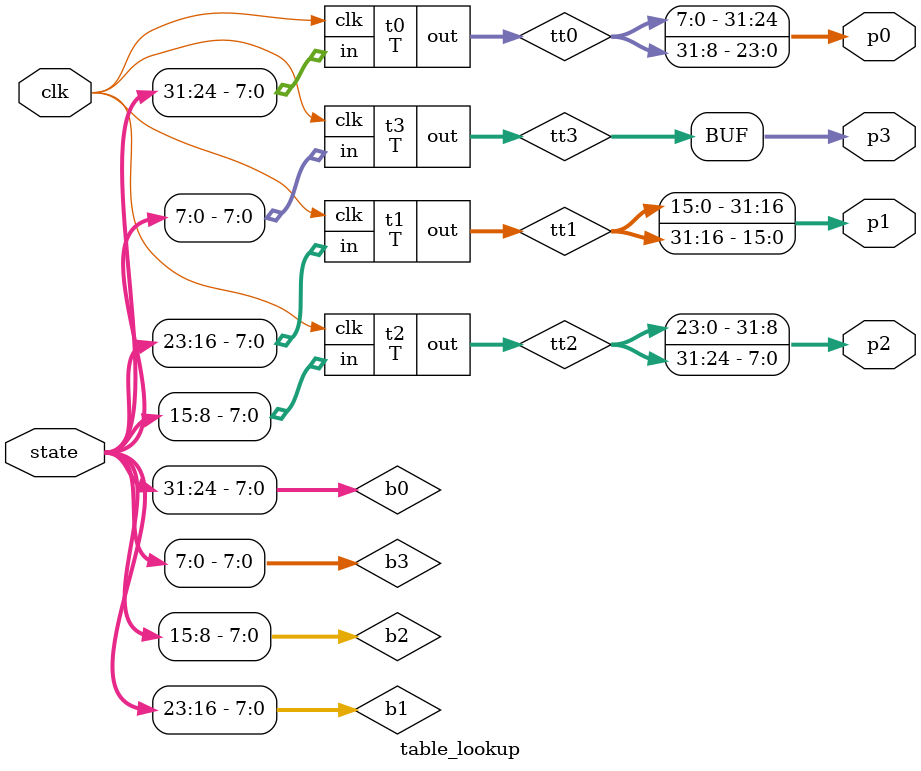
<source format=v>
/*
 * Copyright 2012, Homer Hsing <homer.hsing@gmail.com>
 *
 * Licensed under the Apache License, Version 2.0 (the "License");
 * you may not use this file except in compliance with the License.
 * You may obtain a copy of the License at
 *
 * http://www.apache.org/licenses/LICENSE-2.0
 *
 * Unless required by applicable law or agreed to in writing, software
 * distributed under the License is distributed on an "AS IS" BASIS,
 * WITHOUT WARRANTIES OR CONDITIONS OF ANY KIND, either express or implied.
 * See the License for the specific language governing permissions and
 * limitations under the License.
 */

/* S box */
module S (clk, in, out);
    input clk;
    input [7:0] in;
    output reg [7:0] out;
    
    always @ (posedge clk)
    case (in)
    8'h00: out <= 8'h63;
    8'h01: out <= 8'h7c;
    8'h02: out <= 8'h77;
    8'h03: out <= 8'h7b;
    8'h04: out <= 8'hf2;
    8'h05: out <= 8'h6b;
    8'h06: out <= 8'h6f;
    8'h07: out <= 8'hc5;
    8'h08: out <= 8'h30;
    8'h09: out <= 8'h01;
    8'h0a: out <= 8'h67;
    8'h0b: out <= 8'h2b;
    8'h0c: out <= 8'hfe;
    8'h0d: out <= 8'hd7;
    8'h0e: out <= 8'hab;
    8'h0f: out <= 8'h76;
    8'h10: out <= 8'hca;
    8'h11: out <= 8'h82;
    8'h12: out <= 8'hc9;
    8'h13: out <= 8'h7d;
    8'h14: out <= 8'hfa;
    8'h15: out <= 8'h59;
    8'h16: out <= 8'h47;
    8'h17: out <= 8'hf0;
    8'h18: out <= 8'had;
    8'h19: out <= 8'hd4;
    8'h1a: out <= 8'ha2;
    8'h1b: out <= 8'haf;
    8'h1c: out <= 8'h9c;
    8'h1d: out <= 8'ha4;
    8'h1e: out <= 8'h72;
    8'h1f: out <= 8'hc0;
    8'h20: out <= 8'hb7;
    8'h21: out <= 8'hfd;
    8'h22: out <= 8'h93;
    8'h23: out <= 8'h26;
    8'h24: out <= 8'h36;
    8'h25: out <= 8'h3f;
    8'h26: out <= 8'hf7;
    8'h27: out <= 8'hcc;
    8'h28: out <= 8'h34;
    8'h29: out <= 8'ha5;
    8'h2a: out <= 8'he5;
    8'h2b: out <= 8'hf1;
    8'h2c: out <= 8'h71;
    8'h2d: out <= 8'hd8;
    8'h2e: out <= 8'h31;
    8'h2f: out <= 8'h15;
    8'h30: out <= 8'h04;
    8'h31: out <= 8'hc7;
    8'h32: out <= 8'h23;
    8'h33: out <= 8'hc3;
    8'h34: out <= 8'h18;
    8'h35: out <= 8'h96;
    8'h36: out <= 8'h05;
    8'h37: out <= 8'h9a;
    8'h38: out <= 8'h07;
    8'h39: out <= 8'h12;
    8'h3a: out <= 8'h80;
    8'h3b: out <= 8'he2;
    8'h3c: out <= 8'heb;
    8'h3d: out <= 8'h27;
    8'h3e: out <= 8'hb2;
    8'h3f: out <= 8'h75;
    8'h40: out <= 8'h09;
    8'h41: out <= 8'h83;
    8'h42: out <= 8'h2c;
    8'h43: out <= 8'h1a;
    8'h44: out <= 8'h1b;
    8'h45: out <= 8'h6e;
    8'h46: out <= 8'h5a;
    8'h47: out <= 8'ha0;
    8'h48: out <= 8'h52;
    8'h49: out <= 8'h3b;
    8'h4a: out <= 8'hd6;
    8'h4b: out <= 8'hb3;
    8'h4c: out <= 8'h29;
    8'h4d: out <= 8'he3;
    8'h4e: out <= 8'h2f;
    8'h4f: out <= 8'h84;
    8'h50: out <= 8'h53;
    8'h51: out <= 8'hd1;
    8'h52: out <= 8'h00;
    8'h53: out <= 8'hed;
    8'h54: out <= 8'h20;
    8'h55: out <= 8'hfc;
    8'h56: out <= 8'hb1;
    8'h57: out <= 8'h5b;
    8'h58: out <= 8'h6a;
    8'h59: out <= 8'hcb;
    8'h5a: out <= 8'hbe;
    8'h5b: out <= 8'h39;
    8'h5c: out <= 8'h4a;
    8'h5d: out <= 8'h4c;
    8'h5e: out <= 8'h58;
    8'h5f: out <= 8'hcf;
    8'h60: out <= 8'hd0;
    8'h61: out <= 8'hef;
    8'h62: out <= 8'haa;
    8'h63: out <= 8'hfb;
    8'h64: out <= 8'h43;
    8'h65: out <= 8'h4d;
    8'h66: out <= 8'h33;
    8'h67: out <= 8'h85;
    8'h68: out <= 8'h45;
    8'h69: out <= 8'hf9;
    8'h6a: out <= 8'h02;
    8'h6b: out <= 8'h7f;
    8'h6c: out <= 8'h50;
    8'h6d: out <= 8'h3c;
    8'h6e: out <= 8'h9f;
    8'h6f: out <= 8'ha8;
    8'h70: out <= 8'h51;
    8'h71: out <= 8'ha3;
    8'h72: out <= 8'h40;
    8'h73: out <= 8'h8f;
    8'h74: out <= 8'h92;
    8'h75: out <= 8'h9d;
    8'h76: out <= 8'h38;
    8'h77: out <= 8'hf5;
    8'h78: out <= 8'hbc;
    8'h79: out <= 8'hb6;
    8'h7a: out <= 8'hda;
    8'h7b: out <= 8'h21;
    8'h7c: out <= 8'h10;
    8'h7d: out <= 8'hff;
    8'h7e: out <= 8'hf3;
    8'h7f: out <= 8'hd2;
    8'h80: out <= 8'hcd;
    8'h81: out <= 8'h0c;
    8'h82: out <= 8'h13;
    8'h83: out <= 8'hec;
    8'h84: out <= 8'h5f;
    8'h85: out <= 8'h97;
    8'h86: out <= 8'h44;
    8'h87: out <= 8'h17;
    8'h88: out <= 8'hc4;
    8'h89: out <= 8'ha7;
    8'h8a: out <= 8'h7e;
    8'h8b: out <= 8'h3d;
    8'h8c: out <= 8'h64;
    8'h8d: out <= 8'h5d;
    8'h8e: out <= 8'h19;
    8'h8f: out <= 8'h73;
    8'h90: out <= 8'h60;
    8'h91: out <= 8'h81;
    8'h92: out <= 8'h4f;
    8'h93: out <= 8'hdc;
    8'h94: out <= 8'h22;
    8'h95: out <= 8'h2a;
    8'h96: out <= 8'h90;
    8'h97: out <= 8'h88;
    8'h98: out <= 8'h46;
    8'h99: out <= 8'hee;
    8'h9a: out <= 8'hb8;
    8'h9b: out <= 8'h14;
    8'h9c: out <= 8'hde;
    8'h9d: out <= 8'h5e;
    8'h9e: out <= 8'h0b;
    8'h9f: out <= 8'hdb;
    8'ha0: out <= 8'he0;
    8'ha1: out <= 8'h32;
    8'ha2: out <= 8'h3a;
    8'ha3: out <= 8'h0a;
    8'ha4: out <= 8'h49;
    8'ha5: out <= 8'h06;
    8'ha6: out <= 8'h24;
    8'ha7: out <= 8'h5c;
    8'ha8: out <= 8'hc2;
    8'ha9: out <= 8'hd3;
    8'haa: out <= 8'hac;
    8'hab: out <= 8'h62;
    8'hac: out <= 8'h91;
    8'had: out <= 8'h95;
    8'hae: out <= 8'he4;
    8'haf: out <= 8'h79;
    8'hb0: out <= 8'he7;
    8'hb1: out <= 8'hc8;
    8'hb2: out <= 8'h37;
    8'hb3: out <= 8'h6d;
    8'hb4: out <= 8'h8d;
    8'hb5: out <= 8'hd5;
    8'hb6: out <= 8'h4e;
    8'hb7: out <= 8'ha9;
    8'hb8: out <= 8'h6c;
    8'hb9: out <= 8'h56;
    8'hba: out <= 8'hf4;
    8'hbb: out <= 8'hea;
    8'hbc: out <= 8'h65;
    8'hbd: out <= 8'h7a;
    8'hbe: out <= 8'hae;
    8'hbf: out <= 8'h08;
    8'hc0: out <= 8'hba;
    8'hc1: out <= 8'h78;
    8'hc2: out <= 8'h25;
    8'hc3: out <= 8'h2e;
    8'hc4: out <= 8'h1c;
    8'hc5: out <= 8'ha6;
    8'hc6: out <= 8'hb4;
    8'hc7: out <= 8'hc6;
    8'hc8: out <= 8'he8;
    8'hc9: out <= 8'hdd;
    8'hca: out <= 8'h74;
    8'hcb: out <= 8'h1f;
    8'hcc: out <= 8'h4b;
    8'hcd: out <= 8'hbd;
    8'hce: out <= 8'h8b;
    8'hcf: out <= 8'h8a;
    8'hd0: out <= 8'h70;
    8'hd1: out <= 8'h3e;
    8'hd2: out <= 8'hb5;
    8'hd3: out <= 8'h66;
    8'hd4: out <= 8'h48;
    8'hd5: out <= 8'h03;
    8'hd6: out <= 8'hf6;
    8'hd7: out <= 8'h0e;
    8'hd8: out <= 8'h61;
    8'hd9: out <= 8'h35;
    8'hda: out <= 8'h57;
    8'hdb: out <= 8'hb9;
    8'hdc: out <= 8'h86;
    8'hdd: out <= 8'hc1;
    8'hde: out <= 8'h1d;
    8'hdf: out <= 8'h9e;
    8'he0: out <= 8'he1;
    8'he1: out <= 8'hf8;
    8'he2: out <= 8'h98;
    8'he3: out <= 8'h11;
    8'he4: out <= 8'h69;
    8'he5: out <= 8'hd9;
    8'he6: out <= 8'h8e;
    8'he7: out <= 8'h94;
    8'he8: out <= 8'h9b;
    8'he9: out <= 8'h1e;
    8'hea: out <= 8'h87;
    8'heb: out <= 8'he9;
    8'hec: out <= 8'hce;
    8'hed: out <= 8'h55;
    8'hee: out <= 8'h28;
    8'hef: out <= 8'hdf;
    8'hf0: out <= 8'h8c;
    8'hf1: out <= 8'ha1;
    8'hf2: out <= 8'h89;
    8'hf3: out <= 8'h0d;
    8'hf4: out <= 8'hbf;
    8'hf5: out <= 8'he6;
    8'hf6: out <= 8'h42;
    8'hf7: out <= 8'h68;
    8'hf8: out <= 8'h41;
    8'hf9: out <= 8'h99;
    8'hfa: out <= 8'h2d;
    8'hfb: out <= 8'h0f;
    8'hfc: out <= 8'hb0;
    8'hfd: out <= 8'h54;
    8'hfe: out <= 8'hbb;
    8'hff: out <= 8'h16;
    endcase
endmodule

/* S box * x */
module xS (clk, in, out);
    input clk;
    input [7:0] in;
    output reg [7:0] out;
    
    always @ (posedge clk)
    case (in)
    8'h00: out <= 8'hc6;
    8'h01: out <= 8'hf8;
    8'h02: out <= 8'hee;
    8'h03: out <= 8'hf6;
    8'h04: out <= 8'hff;
    8'h05: out <= 8'hd6;
    8'h06: out <= 8'hde;
    8'h07: out <= 8'h91;
    8'h08: out <= 8'h60;
    8'h09: out <= 8'h02;
    8'h0a: out <= 8'hce;
    8'h0b: out <= 8'h56;
    8'h0c: out <= 8'he7;
    8'h0d: out <= 8'hb5;
    8'h0e: out <= 8'h4d;
    8'h0f: out <= 8'hec;
    8'h10: out <= 8'h8f;
    8'h11: out <= 8'h1f;
    8'h12: out <= 8'h89;
    8'h13: out <= 8'hfa;
    8'h14: out <= 8'hef;
    8'h15: out <= 8'hb2;
    8'h16: out <= 8'h8e;
    8'h17: out <= 8'hfb;
    8'h18: out <= 8'h41;
    8'h19: out <= 8'hb3;
    8'h1a: out <= 8'h5f;
    8'h1b: out <= 8'h45;
    8'h1c: out <= 8'h23;
    8'h1d: out <= 8'h53;
    8'h1e: out <= 8'he4;
    8'h1f: out <= 8'h9b;
    8'h20: out <= 8'h75;
    8'h21: out <= 8'he1;
    8'h22: out <= 8'h3d;
    8'h23: out <= 8'h4c;
    8'h24: out <= 8'h6c;
    8'h25: out <= 8'h7e;
    8'h26: out <= 8'hf5;
    8'h27: out <= 8'h83;
    8'h28: out <= 8'h68;
    8'h29: out <= 8'h51;
    8'h2a: out <= 8'hd1;
    8'h2b: out <= 8'hf9;
    8'h2c: out <= 8'he2;
    8'h2d: out <= 8'hab;
    8'h2e: out <= 8'h62;
    8'h2f: out <= 8'h2a;
    8'h30: out <= 8'h08;
    8'h31: out <= 8'h95;
    8'h32: out <= 8'h46;
    8'h33: out <= 8'h9d;
    8'h34: out <= 8'h30;
    8'h35: out <= 8'h37;
    8'h36: out <= 8'h0a;
    8'h37: out <= 8'h2f;
    8'h38: out <= 8'h0e;
    8'h39: out <= 8'h24;
    8'h3a: out <= 8'h1b;
    8'h3b: out <= 8'hdf;
    8'h3c: out <= 8'hcd;
    8'h3d: out <= 8'h4e;
    8'h3e: out <= 8'h7f;
    8'h3f: out <= 8'hea;
    8'h40: out <= 8'h12;
    8'h41: out <= 8'h1d;
    8'h42: out <= 8'h58;
    8'h43: out <= 8'h34;
    8'h44: out <= 8'h36;
    8'h45: out <= 8'hdc;
    8'h46: out <= 8'hb4;
    8'h47: out <= 8'h5b;
    8'h48: out <= 8'ha4;
    8'h49: out <= 8'h76;
    8'h4a: out <= 8'hb7;
    8'h4b: out <= 8'h7d;
    8'h4c: out <= 8'h52;
    8'h4d: out <= 8'hdd;
    8'h4e: out <= 8'h5e;
    8'h4f: out <= 8'h13;
    8'h50: out <= 8'ha6;
    8'h51: out <= 8'hb9;
    8'h52: out <= 8'h00;
    8'h53: out <= 8'hc1;
    8'h54: out <= 8'h40;
    8'h55: out <= 8'he3;
    8'h56: out <= 8'h79;
    8'h57: out <= 8'hb6;
    8'h58: out <= 8'hd4;
    8'h59: out <= 8'h8d;
    8'h5a: out <= 8'h67;
    8'h5b: out <= 8'h72;
    8'h5c: out <= 8'h94;
    8'h5d: out <= 8'h98;
    8'h5e: out <= 8'hb0;
    8'h5f: out <= 8'h85;
    8'h60: out <= 8'hbb;
    8'h61: out <= 8'hc5;
    8'h62: out <= 8'h4f;
    8'h63: out <= 8'hed;
    8'h64: out <= 8'h86;
    8'h65: out <= 8'h9a;
    8'h66: out <= 8'h66;
    8'h67: out <= 8'h11;
    8'h68: out <= 8'h8a;
    8'h69: out <= 8'he9;
    8'h6a: out <= 8'h04;
    8'h6b: out <= 8'hfe;
    8'h6c: out <= 8'ha0;
    8'h6d: out <= 8'h78;
    8'h6e: out <= 8'h25;
    8'h6f: out <= 8'h4b;
    8'h70: out <= 8'ha2;
    8'h71: out <= 8'h5d;
    8'h72: out <= 8'h80;
    8'h73: out <= 8'h05;
    8'h74: out <= 8'h3f;
    8'h75: out <= 8'h21;
    8'h76: out <= 8'h70;
    8'h77: out <= 8'hf1;
    8'h78: out <= 8'h63;
    8'h79: out <= 8'h77;
    8'h7a: out <= 8'haf;
    8'h7b: out <= 8'h42;
    8'h7c: out <= 8'h20;
    8'h7d: out <= 8'he5;
    8'h7e: out <= 8'hfd;
    8'h7f: out <= 8'hbf;
    8'h80: out <= 8'h81;
    8'h81: out <= 8'h18;
    8'h82: out <= 8'h26;
    8'h83: out <= 8'hc3;
    8'h84: out <= 8'hbe;
    8'h85: out <= 8'h35;
    8'h86: out <= 8'h88;
    8'h87: out <= 8'h2e;
    8'h88: out <= 8'h93;
    8'h89: out <= 8'h55;
    8'h8a: out <= 8'hfc;
    8'h8b: out <= 8'h7a;
    8'h8c: out <= 8'hc8;
    8'h8d: out <= 8'hba;
    8'h8e: out <= 8'h32;
    8'h8f: out <= 8'he6;
    8'h90: out <= 8'hc0;
    8'h91: out <= 8'h19;
    8'h92: out <= 8'h9e;
    8'h93: out <= 8'ha3;
    8'h94: out <= 8'h44;
    8'h95: out <= 8'h54;
    8'h96: out <= 8'h3b;
    8'h97: out <= 8'h0b;
    8'h98: out <= 8'h8c;
    8'h99: out <= 8'hc7;
    8'h9a: out <= 8'h6b;
    8'h9b: out <= 8'h28;
    8'h9c: out <= 8'ha7;
    8'h9d: out <= 8'hbc;
    8'h9e: out <= 8'h16;
    8'h9f: out <= 8'had;
    8'ha0: out <= 8'hdb;
    8'ha1: out <= 8'h64;
    8'ha2: out <= 8'h74;
    8'ha3: out <= 8'h14;
    8'ha4: out <= 8'h92;
    8'ha5: out <= 8'h0c;
    8'ha6: out <= 8'h48;
    8'ha7: out <= 8'hb8;
    8'ha8: out <= 8'h9f;
    8'ha9: out <= 8'hbd;
    8'haa: out <= 8'h43;
    8'hab: out <= 8'hc4;
    8'hac: out <= 8'h39;
    8'had: out <= 8'h31;
    8'hae: out <= 8'hd3;
    8'haf: out <= 8'hf2;
    8'hb0: out <= 8'hd5;
    8'hb1: out <= 8'h8b;
    8'hb2: out <= 8'h6e;
    8'hb3: out <= 8'hda;
    8'hb4: out <= 8'h01;
    8'hb5: out <= 8'hb1;
    8'hb6: out <= 8'h9c;
    8'hb7: out <= 8'h49;
    8'hb8: out <= 8'hd8;
    8'hb9: out <= 8'hac;
    8'hba: out <= 8'hf3;
    8'hbb: out <= 8'hcf;
    8'hbc: out <= 8'hca;
    8'hbd: out <= 8'hf4;
    8'hbe: out <= 8'h47;
    8'hbf: out <= 8'h10;
    8'hc0: out <= 8'h6f;
    8'hc1: out <= 8'hf0;
    8'hc2: out <= 8'h4a;
    8'hc3: out <= 8'h5c;
    8'hc4: out <= 8'h38;
    8'hc5: out <= 8'h57;
    8'hc6: out <= 8'h73;
    8'hc7: out <= 8'h97;
    8'hc8: out <= 8'hcb;
    8'hc9: out <= 8'ha1;
    8'hca: out <= 8'he8;
    8'hcb: out <= 8'h3e;
    8'hcc: out <= 8'h96;
    8'hcd: out <= 8'h61;
    8'hce: out <= 8'h0d;
    8'hcf: out <= 8'h0f;
    8'hd0: out <= 8'he0;
    8'hd1: out <= 8'h7c;
    8'hd2: out <= 8'h71;
    8'hd3: out <= 8'hcc;
    8'hd4: out <= 8'h90;
    8'hd5: out <= 8'h06;
    8'hd6: out <= 8'hf7;
    8'hd7: out <= 8'h1c;
    8'hd8: out <= 8'hc2;
    8'hd9: out <= 8'h6a;
    8'hda: out <= 8'hae;
    8'hdb: out <= 8'h69;
    8'hdc: out <= 8'h17;
    8'hdd: out <= 8'h99;
    8'hde: out <= 8'h3a;
    8'hdf: out <= 8'h27;
    8'he0: out <= 8'hd9;
    8'he1: out <= 8'heb;
    8'he2: out <= 8'h2b;
    8'he3: out <= 8'h22;
    8'he4: out <= 8'hd2;
    8'he5: out <= 8'ha9;
    8'he6: out <= 8'h07;
    8'he7: out <= 8'h33;
    8'he8: out <= 8'h2d;
    8'he9: out <= 8'h3c;
    8'hea: out <= 8'h15;
    8'heb: out <= 8'hc9;
    8'hec: out <= 8'h87;
    8'hed: out <= 8'haa;
    8'hee: out <= 8'h50;
    8'hef: out <= 8'ha5;
    8'hf0: out <= 8'h03;
    8'hf1: out <= 8'h59;
    8'hf2: out <= 8'h09;
    8'hf3: out <= 8'h1a;
    8'hf4: out <= 8'h65;
    8'hf5: out <= 8'hd7;
    8'hf6: out <= 8'h84;
    8'hf7: out <= 8'hd0;
    8'hf8: out <= 8'h82;
    8'hf9: out <= 8'h29;
    8'hfa: out <= 8'h5a;
    8'hfb: out <= 8'h1e;
    8'hfc: out <= 8'h7b;
    8'hfd: out <= 8'ha8;
    8'hfe: out <= 8'h6d;
    8'hff: out <= 8'h2c;
    endcase
endmodule

/* substitue four bytes in a word */
module S4 (clk, in, out);
    input clk;
    input [31:0] in;
    output [31:0] out;
    
    S
        S_0 (clk, in[31:24], out[31:24]),
        S_1 (clk, in[23:16], out[23:16]),
        S_2 (clk, in[15:8],  out[15:8] ),
        S_3 (clk, in[7:0],   out[7:0]  );
endmodule

/* S_box, S_box, S_box*(x+1), S_box*x */
module T (clk, in, out);
    input         clk;
    input  [7:0]  in;
    output [31:0] out;
    wire [7:0] t0, t1, t2, t3;
    
    S
        s0 (clk, in, t3);
    assign t2 = t3;
    xS
        s4 (clk, in, t0);
    assign t1 = t2 ^ t0;
    assign out = {t3, t2, t1, t0};
endmodule

module table_lookup (clk, state, p0, p1, p2, p3);
    input clk;
    input [31:0] state;
    output [31:0] p0, p1, p2, p3;
    wire [7:0] b0, b1, b2, b3;
    wire [31:0] tt0, tt1, tt2, tt3;
    
    assign {b0, b1, b2, b3} = state;
    T
        t0 (clk, b0, tt0),
        t1 (clk, b1, tt1),
        t2 (clk, b2, tt2),
        t3 (clk, b3, tt3);
    assign p0[31:24] = tt0[7:0];
    assign p0[23:0]  = tt0[31:8];
    assign p1[31:16] = tt1[15:0];
    assign p1[15:0]  = tt1[31:16];
    assign p2[31:8]  = tt2[23:0];
    assign p2[7:0]   = tt2[31:24];
    assign p3        = tt3;
endmodule

</source>
